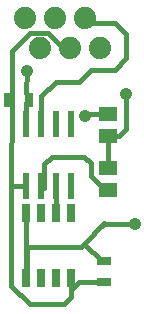
<source format=gtl>
G75*
G70*
%OFA0B0*%
%FSLAX24Y24*%
%IPPOS*%
%LPD*%
%AMOC8*
5,1,8,0,0,1.08239X$1,22.5*
%
%ADD10R,0.0315X0.0472*%
%ADD11R,0.0472X0.0315*%
%ADD12R,0.0236X0.0866*%
%ADD13R,0.0256X0.0591*%
%ADD14R,0.0591X0.0512*%
%ADD15C,0.0740*%
%ADD16C,0.0160*%
%ADD17C,0.0413*%
D10*
X001357Y007841D03*
X002066Y007841D03*
D11*
X004542Y002471D03*
X004542Y001763D03*
D12*
X003467Y004975D03*
X002967Y004975D03*
X002467Y004975D03*
X001967Y004975D03*
X001967Y007023D03*
X002467Y007023D03*
X002967Y007023D03*
X003467Y007023D03*
D13*
X003467Y004078D03*
X002967Y004078D03*
X002467Y004078D03*
X001967Y004078D03*
X001967Y001920D03*
X002467Y001920D03*
X002967Y001920D03*
X003467Y001920D03*
D14*
X004686Y004830D03*
X004686Y005578D03*
X004690Y006641D03*
X004690Y007389D03*
D15*
X004402Y009566D03*
X003902Y010566D03*
X003402Y009566D03*
X002902Y010566D03*
X002402Y009566D03*
X001902Y010566D03*
D16*
X001467Y001643D02*
X002074Y001036D01*
X003217Y001036D01*
X003467Y001286D01*
X003467Y001538D01*
X003495Y001538D01*
X003495Y001526D01*
X003731Y001763D01*
X004542Y001763D01*
X004542Y002471D02*
X004471Y002471D01*
X003893Y003050D01*
X004566Y003723D01*
X004570Y003719D01*
X005574Y003719D01*
X004641Y004774D02*
X004117Y005298D01*
X004117Y005723D01*
X003885Y005956D01*
X002806Y005956D01*
X002542Y005692D01*
X002542Y004904D01*
X002471Y004975D01*
X002467Y004975D01*
X001967Y004975D02*
X001467Y004975D01*
X001479Y007837D01*
X001479Y009479D01*
X002080Y010080D01*
X002680Y010080D01*
X003194Y009566D01*
X003402Y009566D01*
X004117Y008841D02*
X003723Y008448D01*
X002936Y008448D01*
X002463Y007975D01*
X002463Y007940D01*
X002467Y007723D01*
X002467Y007023D01*
X001967Y007749D02*
X002076Y007822D01*
X002024Y007914D01*
X002066Y007841D01*
X001967Y008066D01*
X001975Y008816D01*
X001967Y007749D02*
X001967Y007023D01*
X001967Y006999D01*
X001479Y007837D02*
X001357Y007841D01*
X001467Y004975D02*
X001467Y001643D01*
X001967Y001749D02*
X001967Y001920D01*
X001971Y001924D01*
X001975Y001924D01*
X001975Y002952D01*
X003794Y002952D01*
X003893Y003050D01*
X003467Y001920D02*
X003467Y001538D01*
X002967Y004078D02*
X002967Y004975D01*
X003924Y007302D02*
X004007Y007389D01*
X004690Y007389D01*
X004690Y006641D02*
X005066Y006641D01*
X005298Y006873D01*
X005298Y008054D01*
X004904Y008841D02*
X005298Y009235D01*
X005298Y010023D01*
X004904Y010416D01*
X004052Y010416D01*
X003902Y010566D01*
X004117Y008841D02*
X004904Y008841D01*
X004690Y006641D02*
X004686Y005578D01*
X004686Y004830D02*
X004641Y004774D01*
X004566Y003723D02*
X004566Y003711D01*
X004479Y003625D01*
X001967Y004078D02*
X001967Y001932D01*
X001975Y001924D01*
D17*
X003924Y007302D03*
X005298Y008054D03*
X005574Y003719D03*
X001975Y008816D03*
M02*

</source>
